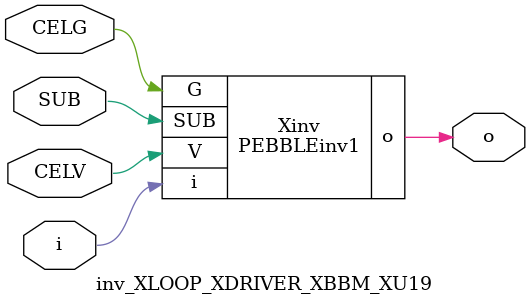
<source format=v>



module PEBBLEinv1 ( o, G, SUB, V, i );

  input V;
  input i;
  input G;
  output o;
  input SUB;
endmodule

//Celera Confidential Do Not Copy inv_XLOOP_XDRIVER_XBBM_XU19
//Celera Confidential Symbol Generator
//5V Inverter
module inv_XLOOP_XDRIVER_XBBM_XU19 (CELV,CELG,i,o,SUB);
input CELV;
input CELG;
input i;
input SUB;
output o;

//Celera Confidential Do Not Copy inv
PEBBLEinv1 Xinv(
.V (CELV),
.i (i),
.o (o),
.SUB (SUB),
.G (CELG)
);
//,diesize,PEBBLEinv1

//Celera Confidential Do Not Copy Module End
//Celera Schematic Generator
endmodule

</source>
